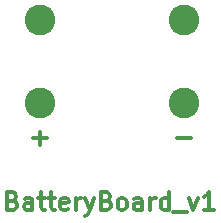
<source format=gts>
%TF.GenerationSoftware,KiCad,Pcbnew,4.0.1-stable*%
%TF.CreationDate,2016-01-09T00:07:18+09:00*%
%TF.ProjectId,BatteryBoard_v1,42617474657279426F6172645F76312E,rev?*%
%TF.FileFunction,Soldermask,Top*%
%FSLAX46Y46*%
G04 Gerber Fmt 4.6, Leading zero omitted, Abs format (unit mm)*
G04 Created by KiCad (PCBNEW 4.0.1-stable) date 2016/01/09 0:07:18*
%MOMM*%
G01*
G04 APERTURE LIST*
%ADD10C,0.100000*%
%ADD11C,0.300000*%
%ADD12C,2.600000*%
G04 APERTURE END LIST*
D10*
D11*
X201614287Y-156792857D02*
X201828573Y-156864286D01*
X201900001Y-156935714D01*
X201971430Y-157078571D01*
X201971430Y-157292857D01*
X201900001Y-157435714D01*
X201828573Y-157507143D01*
X201685715Y-157578571D01*
X201114287Y-157578571D01*
X201114287Y-156078571D01*
X201614287Y-156078571D01*
X201757144Y-156150000D01*
X201828573Y-156221429D01*
X201900001Y-156364286D01*
X201900001Y-156507143D01*
X201828573Y-156650000D01*
X201757144Y-156721429D01*
X201614287Y-156792857D01*
X201114287Y-156792857D01*
X203257144Y-157578571D02*
X203257144Y-156792857D01*
X203185715Y-156650000D01*
X203042858Y-156578571D01*
X202757144Y-156578571D01*
X202614287Y-156650000D01*
X203257144Y-157507143D02*
X203114287Y-157578571D01*
X202757144Y-157578571D01*
X202614287Y-157507143D01*
X202542858Y-157364286D01*
X202542858Y-157221429D01*
X202614287Y-157078571D01*
X202757144Y-157007143D01*
X203114287Y-157007143D01*
X203257144Y-156935714D01*
X203757144Y-156578571D02*
X204328573Y-156578571D01*
X203971430Y-156078571D02*
X203971430Y-157364286D01*
X204042858Y-157507143D01*
X204185716Y-157578571D01*
X204328573Y-157578571D01*
X204614287Y-156578571D02*
X205185716Y-156578571D01*
X204828573Y-156078571D02*
X204828573Y-157364286D01*
X204900001Y-157507143D01*
X205042859Y-157578571D01*
X205185716Y-157578571D01*
X206257144Y-157507143D02*
X206114287Y-157578571D01*
X205828573Y-157578571D01*
X205685716Y-157507143D01*
X205614287Y-157364286D01*
X205614287Y-156792857D01*
X205685716Y-156650000D01*
X205828573Y-156578571D01*
X206114287Y-156578571D01*
X206257144Y-156650000D01*
X206328573Y-156792857D01*
X206328573Y-156935714D01*
X205614287Y-157078571D01*
X206971430Y-157578571D02*
X206971430Y-156578571D01*
X206971430Y-156864286D02*
X207042858Y-156721429D01*
X207114287Y-156650000D01*
X207257144Y-156578571D01*
X207400001Y-156578571D01*
X207757144Y-156578571D02*
X208114287Y-157578571D01*
X208471429Y-156578571D02*
X208114287Y-157578571D01*
X207971429Y-157935714D01*
X207900001Y-158007143D01*
X207757144Y-158078571D01*
X209542858Y-156792857D02*
X209757144Y-156864286D01*
X209828572Y-156935714D01*
X209900001Y-157078571D01*
X209900001Y-157292857D01*
X209828572Y-157435714D01*
X209757144Y-157507143D01*
X209614286Y-157578571D01*
X209042858Y-157578571D01*
X209042858Y-156078571D01*
X209542858Y-156078571D01*
X209685715Y-156150000D01*
X209757144Y-156221429D01*
X209828572Y-156364286D01*
X209828572Y-156507143D01*
X209757144Y-156650000D01*
X209685715Y-156721429D01*
X209542858Y-156792857D01*
X209042858Y-156792857D01*
X210757144Y-157578571D02*
X210614286Y-157507143D01*
X210542858Y-157435714D01*
X210471429Y-157292857D01*
X210471429Y-156864286D01*
X210542858Y-156721429D01*
X210614286Y-156650000D01*
X210757144Y-156578571D01*
X210971429Y-156578571D01*
X211114286Y-156650000D01*
X211185715Y-156721429D01*
X211257144Y-156864286D01*
X211257144Y-157292857D01*
X211185715Y-157435714D01*
X211114286Y-157507143D01*
X210971429Y-157578571D01*
X210757144Y-157578571D01*
X212542858Y-157578571D02*
X212542858Y-156792857D01*
X212471429Y-156650000D01*
X212328572Y-156578571D01*
X212042858Y-156578571D01*
X211900001Y-156650000D01*
X212542858Y-157507143D02*
X212400001Y-157578571D01*
X212042858Y-157578571D01*
X211900001Y-157507143D01*
X211828572Y-157364286D01*
X211828572Y-157221429D01*
X211900001Y-157078571D01*
X212042858Y-157007143D01*
X212400001Y-157007143D01*
X212542858Y-156935714D01*
X213257144Y-157578571D02*
X213257144Y-156578571D01*
X213257144Y-156864286D02*
X213328572Y-156721429D01*
X213400001Y-156650000D01*
X213542858Y-156578571D01*
X213685715Y-156578571D01*
X214828572Y-157578571D02*
X214828572Y-156078571D01*
X214828572Y-157507143D02*
X214685715Y-157578571D01*
X214400001Y-157578571D01*
X214257143Y-157507143D01*
X214185715Y-157435714D01*
X214114286Y-157292857D01*
X214114286Y-156864286D01*
X214185715Y-156721429D01*
X214257143Y-156650000D01*
X214400001Y-156578571D01*
X214685715Y-156578571D01*
X214828572Y-156650000D01*
X215185715Y-157721429D02*
X216328572Y-157721429D01*
X216542858Y-156578571D02*
X216900001Y-157578571D01*
X217257143Y-156578571D01*
X218614286Y-157578571D02*
X217757143Y-157578571D01*
X218185715Y-157578571D02*
X218185715Y-156078571D01*
X218042858Y-156292857D01*
X217900000Y-156435714D01*
X217757143Y-156507143D01*
X215528572Y-151507143D02*
X216671429Y-151507143D01*
X203328572Y-151507143D02*
X204471429Y-151507143D01*
X203900000Y-152078571D02*
X203900000Y-150935714D01*
D12*
X216100000Y-148500000D03*
X203900000Y-148500000D03*
X216100000Y-141500000D03*
X203900000Y-141500000D03*
M02*

</source>
